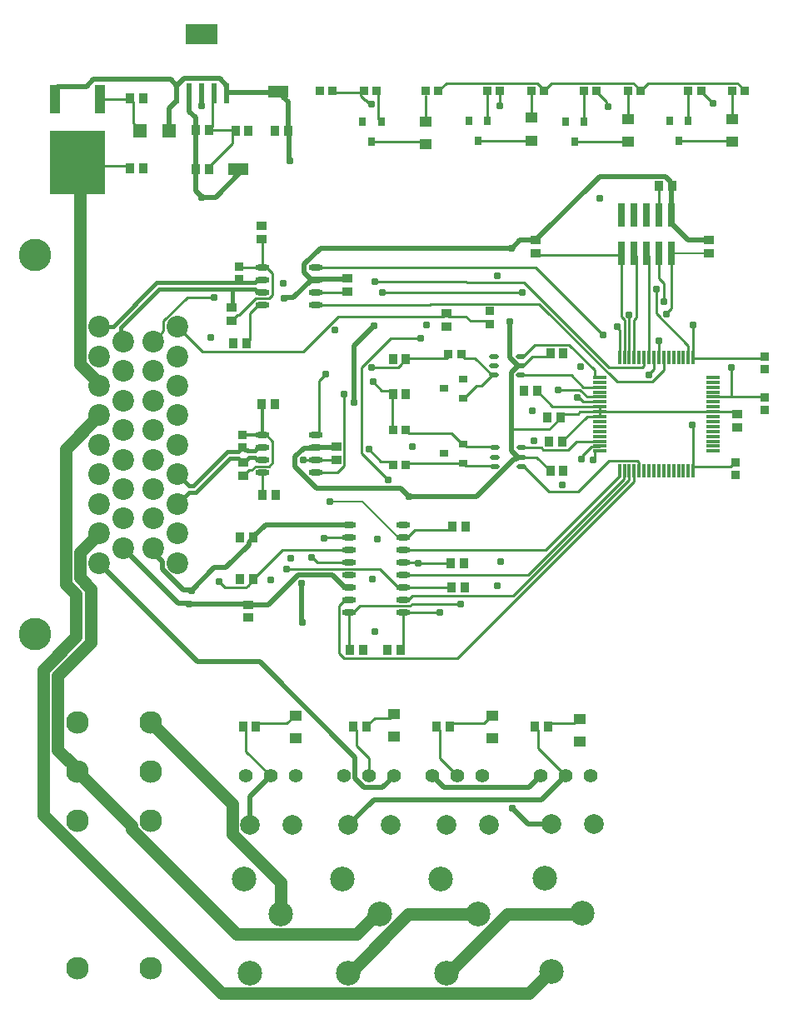
<source format=gbr>
%TF.GenerationSoftware,Altium Limited,Altium Designer,19.1.7 (138)*%
G04 Layer_Physical_Order=1*
G04 Layer_Color=255*
%FSLAX26Y26*%
%MOIN*%
%TF.FileFunction,Copper,L1,Top,Signal*%
%TF.Part,Single*%
G01*
G75*
%TA.AperFunction,SMDPad,CuDef*%
%ADD10R,0.029921X0.094488*%
%ADD11R,0.053150X0.011811*%
%ADD12R,0.011811X0.053150*%
%ADD13O,0.057087X0.023622*%
%ADD14O,0.039370X0.019685*%
%ADD15R,0.023622X0.082677*%
%ADD16R,0.125984X0.082677*%
%ADD17R,0.080709X0.045276*%
%ADD18R,0.037402X0.033465*%
%ADD19R,0.033465X0.037402*%
%ADD20R,0.039370X0.118110*%
%ADD21R,0.218504X0.251969*%
%ADD22R,0.031496X0.035433*%
%ADD23R,0.051181X0.043307*%
%ADD24R,0.035433X0.031496*%
%ADD25R,0.053150X0.057087*%
%ADD26R,0.035433X0.039370*%
%ADD27R,0.039370X0.035433*%
%TA.AperFunction,Conductor*%
%ADD28C,0.050000*%
%ADD29C,0.010000*%
%ADD30C,0.020000*%
%ADD31C,0.015000*%
%ADD32C,0.011811*%
%ADD33C,0.008000*%
%TA.AperFunction,ComponentPad*%
%ADD34C,0.055118*%
%ADD35C,0.086614*%
%ADD36C,0.129921*%
%ADD37C,0.098425*%
%ADD38C,0.078740*%
%ADD39C,0.090551*%
%TA.AperFunction,ViaPad*%
%ADD40C,0.030748*%
D10*
X2502487Y3035638D02*
D03*
Y3189182D02*
D03*
X2552487Y3035638D02*
D03*
Y3189182D02*
D03*
X2602487Y3035638D02*
D03*
Y3189182D02*
D03*
X2652487Y3035638D02*
D03*
Y3189182D02*
D03*
X2702487Y3035638D02*
D03*
Y3189182D02*
D03*
D11*
X2415940Y2540638D02*
D03*
Y2520953D02*
D03*
Y2501268D02*
D03*
Y2481583D02*
D03*
Y2461898D02*
D03*
Y2442213D02*
D03*
Y2422528D02*
D03*
Y2402843D02*
D03*
Y2383157D02*
D03*
Y2363472D02*
D03*
Y2343787D02*
D03*
Y2324102D02*
D03*
Y2304417D02*
D03*
Y2284732D02*
D03*
Y2265047D02*
D03*
Y2245362D02*
D03*
X2868696D02*
D03*
Y2265047D02*
D03*
Y2284732D02*
D03*
Y2304417D02*
D03*
Y2324102D02*
D03*
Y2343787D02*
D03*
Y2363472D02*
D03*
Y2383157D02*
D03*
Y2402843D02*
D03*
Y2422528D02*
D03*
Y2442213D02*
D03*
Y2461898D02*
D03*
Y2481583D02*
D03*
Y2501268D02*
D03*
Y2520953D02*
D03*
Y2540638D02*
D03*
D12*
X2494680Y2166622D02*
D03*
X2514365D02*
D03*
X2534050D02*
D03*
X2553735D02*
D03*
X2573421D02*
D03*
X2593106D02*
D03*
X2612791D02*
D03*
X2632476D02*
D03*
X2652161D02*
D03*
X2671846D02*
D03*
X2691531D02*
D03*
X2711216D02*
D03*
X2730901D02*
D03*
X2750586D02*
D03*
X2770271D02*
D03*
X2789956D02*
D03*
Y2619378D02*
D03*
X2770271D02*
D03*
X2750586D02*
D03*
X2730901D02*
D03*
X2711216D02*
D03*
X2691531D02*
D03*
X2671846D02*
D03*
X2652161D02*
D03*
X2632476D02*
D03*
X2612791D02*
D03*
X2593106D02*
D03*
X2573421D02*
D03*
X2553735D02*
D03*
X2534050D02*
D03*
X2514365D02*
D03*
X2494680D02*
D03*
D13*
X1627569Y1600001D02*
D03*
Y1650001D02*
D03*
Y1700001D02*
D03*
Y1750001D02*
D03*
Y1800001D02*
D03*
Y1850001D02*
D03*
Y1900001D02*
D03*
Y1950001D02*
D03*
X1413002Y1600001D02*
D03*
Y1650001D02*
D03*
Y1700001D02*
D03*
Y1750001D02*
D03*
Y1800001D02*
D03*
Y1850001D02*
D03*
Y1900001D02*
D03*
Y1950001D02*
D03*
X1064725Y2981000D02*
D03*
Y2931000D02*
D03*
Y2881000D02*
D03*
Y2831000D02*
D03*
X1279291Y2981000D02*
D03*
Y2931000D02*
D03*
Y2881000D02*
D03*
Y2831000D02*
D03*
X1064717Y2309000D02*
D03*
Y2259000D02*
D03*
Y2209000D02*
D03*
Y2159000D02*
D03*
X1279284Y2309000D02*
D03*
Y2259000D02*
D03*
Y2209000D02*
D03*
Y2159000D02*
D03*
D14*
X1994094Y2624016D02*
D03*
Y2586614D02*
D03*
Y2549213D02*
D03*
X2100394Y2624016D02*
D03*
Y2586614D02*
D03*
Y2549213D02*
D03*
X1995228Y2258984D02*
D03*
Y2221583D02*
D03*
Y2184181D02*
D03*
X2101528Y2258984D02*
D03*
Y2221583D02*
D03*
Y2184181D02*
D03*
D15*
X724000Y3677874D02*
D03*
X774000D02*
D03*
X824000D02*
D03*
X874000D02*
D03*
X924000D02*
D03*
D16*
X824000Y3912126D02*
D03*
D17*
X1128018Y3682087D02*
D03*
X970534Y3372637D02*
D03*
D18*
X3074803Y2572835D02*
D03*
Y2624016D02*
D03*
X2960000Y2150000D02*
D03*
Y2201181D02*
D03*
X3075000Y2410000D02*
D03*
Y2461181D02*
D03*
X1975394Y2753937D02*
D03*
Y2805118D02*
D03*
X972295Y2984295D02*
D03*
Y2933114D02*
D03*
X987000Y2309591D02*
D03*
Y2258410D02*
D03*
D19*
X1965551Y3685961D02*
D03*
X2016732D02*
D03*
X2142716D02*
D03*
X2193898D02*
D03*
X2770669D02*
D03*
X2821850D02*
D03*
X2944882D02*
D03*
X2996063D02*
D03*
X2352362D02*
D03*
X2403543D02*
D03*
X2528543D02*
D03*
X2579724D02*
D03*
X1295275D02*
D03*
X1346457D02*
D03*
X1522638Y3686024D02*
D03*
X1471457D02*
D03*
X1719488Y3685039D02*
D03*
X1770669D02*
D03*
X1810039Y2631890D02*
D03*
X1861220D02*
D03*
X1588583Y2188976D02*
D03*
X1639764D02*
D03*
X1588583Y2330708D02*
D03*
X1639764D02*
D03*
D20*
X416158Y3654937D02*
D03*
X235843D02*
D03*
D21*
X326000Y3401000D02*
D03*
D22*
X2732284Y3487206D02*
D03*
X2694882Y3565946D02*
D03*
X2769685D02*
D03*
X2314961Y3484693D02*
D03*
X2277559Y3563433D02*
D03*
X2352362D02*
D03*
X1929134Y3487205D02*
D03*
X1891732Y3565945D02*
D03*
X1966535D02*
D03*
X1503937Y3484252D02*
D03*
X1466535Y3562992D02*
D03*
X1541339D02*
D03*
D23*
X2141732Y3488189D02*
D03*
Y3578740D02*
D03*
X2334999Y1084446D02*
D03*
Y1174997D02*
D03*
X1591971Y1102909D02*
D03*
Y1193460D02*
D03*
X1198272Y1097005D02*
D03*
Y1187556D02*
D03*
X1985673Y1097005D02*
D03*
Y1187556D02*
D03*
X2944881Y3481781D02*
D03*
Y3572332D02*
D03*
X2527559Y3481780D02*
D03*
Y3572331D02*
D03*
X1719362Y3473780D02*
D03*
Y3564331D02*
D03*
D24*
X1791339Y2495079D02*
D03*
X1870079Y2532480D02*
D03*
Y2457677D02*
D03*
X1791339Y2235236D02*
D03*
X1870079Y2272638D02*
D03*
Y2197835D02*
D03*
D25*
X693071Y3527145D02*
D03*
X576929D02*
D03*
D26*
X588573Y3376512D02*
D03*
X535423D02*
D03*
X2111221Y2487204D02*
D03*
X2164371D02*
D03*
X2652425Y3307000D02*
D03*
X2705575D02*
D03*
X2213583Y2283465D02*
D03*
X2266732D02*
D03*
X2204724Y2379921D02*
D03*
X2257874D02*
D03*
X1468575Y1448819D02*
D03*
X1415425D02*
D03*
X1564962Y1448822D02*
D03*
X1618112D02*
D03*
X2270669Y2637795D02*
D03*
X2217520D02*
D03*
X2270669Y2165354D02*
D03*
X2217520D02*
D03*
X1062992Y2433071D02*
D03*
X1116142D02*
D03*
X1115158Y3526000D02*
D03*
X1168307D02*
D03*
X853346Y3530001D02*
D03*
X800197D02*
D03*
X987641Y1142280D02*
D03*
X1040791D02*
D03*
X1815397Y1142282D02*
D03*
X1762247D02*
D03*
X1823820Y1698818D02*
D03*
X1876968D02*
D03*
X1819427Y1798000D02*
D03*
X1872575D02*
D03*
X1640746Y2472440D02*
D03*
X1587596D02*
D03*
X799850Y3374017D02*
D03*
X853000D02*
D03*
X957674Y3527561D02*
D03*
X1010824D02*
D03*
X535425Y3656998D02*
D03*
X588573D02*
D03*
X948819Y2676181D02*
D03*
X1001967D02*
D03*
X1030510Y1732284D02*
D03*
X977362D02*
D03*
X1028542Y1898622D02*
D03*
X975394D02*
D03*
X1120574Y2070001D02*
D03*
X1067426D02*
D03*
X1825787Y1944882D02*
D03*
X1878935D02*
D03*
X1640748Y2614171D02*
D03*
X1587598D02*
D03*
X1482720Y1143263D02*
D03*
X1429572D02*
D03*
X2209099Y1142278D02*
D03*
X2155951D02*
D03*
D27*
X2964567Y2338583D02*
D03*
Y2391732D02*
D03*
X1062992Y3093503D02*
D03*
Y3146653D02*
D03*
X1405000Y2882425D02*
D03*
Y2935575D02*
D03*
X1361000Y2209425D02*
D03*
Y2262575D02*
D03*
X1009999Y1631573D02*
D03*
Y1578425D02*
D03*
X941929Y2820865D02*
D03*
Y2767716D02*
D03*
X1801000Y2744425D02*
D03*
Y2797575D02*
D03*
X988001Y2200574D02*
D03*
Y2147426D02*
D03*
X2852000Y3089567D02*
D03*
Y3036419D02*
D03*
X2158000Y3089566D02*
D03*
Y3036416D02*
D03*
D28*
X188781Y1370627D02*
X320000Y1501846D01*
X188781Y791096D02*
Y1370627D01*
X320000Y1501846D02*
Y1672693D01*
X277755Y2254569D02*
X403187Y2380000D01*
X277755Y1714937D02*
Y2254569D01*
Y1714937D02*
X320000Y1672693D01*
X380000Y1480000D02*
Y1694539D01*
X246655Y1346655D02*
X380000Y1480000D01*
X335630Y1738909D02*
Y1840003D01*
Y1738909D02*
X380000Y1694539D01*
X335630Y1840003D02*
X411810Y1916183D01*
X246655Y1051565D02*
Y1346655D01*
X403187Y2380000D02*
X410000D01*
X405000Y2515000D02*
Y2523450D01*
X311000Y3386000D02*
X335629Y3361371D01*
Y2592822D02*
X405000Y2523450D01*
X335629Y2592822D02*
Y3361371D01*
X246655Y1051565D02*
X324804Y973416D01*
Y962443D02*
X541931Y745316D01*
X324804Y962443D02*
Y973416D01*
X944531Y713741D02*
Y834842D01*
X620080Y1159293D02*
X944531Y834842D01*
X903937Y75940D02*
X2133241D01*
X2219267Y161966D01*
X2222878D01*
X188781Y791096D02*
X903937Y75940D01*
X1650581Y394246D02*
X1928193D01*
X1410477Y158026D02*
X1414361D01*
X1650581Y394246D01*
X541931Y733222D02*
Y745316D01*
Y733222D02*
X962991Y312162D01*
X1522999Y394246D02*
X1534493D01*
X944531Y713741D02*
X1139811Y518461D01*
Y395229D02*
X1140791Y394248D01*
X1139811Y395229D02*
Y518461D01*
X962991Y312162D02*
X1440915D01*
X1522999Y394246D01*
X2044283Y394248D02*
X2321895D01*
X1808061Y158026D02*
X2044283Y394248D01*
X1804177Y158026D02*
X1808061D01*
D29*
X1982765Y2258984D02*
X1995229D01*
X1979860Y2261890D02*
X1982765Y2258984D01*
X1515000Y2925000D02*
X1880101D01*
X1737988Y2834724D02*
X2172541D01*
X2323606Y2284731D02*
X2415941D01*
X1942772Y2507732D02*
X1984252Y2549212D01*
X1922102Y2507732D02*
X1942772D01*
X2331063Y1175000D02*
X2335000D01*
X2313026Y1156964D02*
X2331063Y1175000D01*
X2155951Y1142278D02*
X2168668Y1129562D01*
X1575319Y1176809D02*
X1591973Y1193462D01*
X1429572Y1143263D02*
X1442289Y1130546D01*
X1664245Y1666259D02*
X2070283D01*
X1507874Y2522638D02*
X1543387Y2487125D01*
X2328360Y2394606D02*
X2336595Y2402841D01*
X2270589Y2394606D02*
X2328360D01*
X2063968Y2333411D02*
X2213822D01*
X2235315Y2354904D01*
X2962598Y2205748D02*
Y2210630D01*
X311000Y3386000D02*
X525937D01*
X2257872Y2377953D02*
Y2381890D01*
X2235315Y2355395D02*
X2257872Y2377953D01*
X2235315Y2354904D02*
Y2355395D01*
X1413000Y1448428D02*
X1415427Y1446001D01*
X1413000Y1448428D02*
Y1600000D01*
X2938573Y2181723D02*
X2962598Y2205748D01*
X2790862Y2181723D02*
X2938573D01*
X2940945Y2461895D02*
X3077756D01*
X2868697D02*
X2940945D01*
Y2579724D01*
X1014683Y2688898D02*
Y2797692D01*
X1586614Y2332676D02*
Y2485000D01*
X2088755Y2586614D02*
X2110235D01*
X2336595Y2402841D02*
X2415941D01*
X1230000Y2210000D02*
X1230500Y2209500D01*
X1278786D01*
X1279285Y2209001D01*
X1845563Y1416261D02*
X2553737Y2124435D01*
X1371583Y1437056D02*
X1392377Y1416261D01*
X1845563D01*
X1664210Y1635000D02*
X1860000D01*
X1455047Y1625315D02*
X1654525D01*
X1664210Y1635000D01*
X1429732Y1600000D02*
X1455047Y1625315D01*
X1627568Y1600000D02*
X1775000D01*
X2110235Y2586614D02*
X2146731Y2623110D01*
X2204802D01*
X2217519Y2635827D01*
Y2637796D01*
X2293718Y2670355D02*
X2394366Y2569707D01*
X2156574Y2670355D02*
X2293718D01*
X2110235Y2624016D02*
X2156574Y2670355D01*
X2226765Y2422841D02*
X2399050D01*
X2164370Y2485236D02*
Y2487205D01*
X2364453Y2383155D02*
X2399366D01*
X2266731Y2285433D02*
X2364453Y2383155D01*
X2266731Y2283465D02*
Y2285433D01*
X2101527Y2221582D02*
X2163258D01*
X1545000Y2880000D02*
X2105000D01*
X1194334Y1187558D02*
X1198271D01*
X1163741Y1156966D02*
X1194334Y1187558D01*
X1053507Y1156966D02*
X1163741D01*
X1981736Y1187558D02*
X1985673D01*
X1951145Y1156967D02*
X1981736Y1187558D01*
X1828113Y1156967D02*
X1951145D01*
X1647986Y1650000D02*
X1664245Y1666259D01*
X1627568Y1650000D02*
X1647986D01*
X2070283Y1666259D02*
X2533146Y2129122D01*
X987641Y1142280D02*
X1000357Y1129564D01*
Y1043344D02*
X1098272Y945430D01*
X1000357Y1043344D02*
Y1129564D01*
X1442289Y1067950D02*
Y1130546D01*
X1491973Y945430D02*
Y1018267D01*
X1514298Y1176809D02*
X1575319D01*
X1482720Y1145231D02*
X1514298Y1176809D01*
X2168668Y1056138D02*
Y1129562D01*
Y1056138D02*
X2279375Y945430D01*
X2209099Y1144247D02*
X2221816Y1156964D01*
X2313026D01*
X1146258Y1850000D02*
X1413000D01*
X1030510Y1734253D02*
X1146258Y1850000D01*
X1030510Y1730315D02*
Y1734253D01*
X917116Y1699725D02*
X1000412D01*
X892825Y1724016D02*
X917116Y1699725D01*
X1584489Y2487125D02*
X1586614Y2485000D01*
X1543387Y2487125D02*
X1584489D01*
X1872047Y2457677D02*
X1922102Y2507732D01*
X1870079Y2457677D02*
X1872047D01*
X2289781Y2250906D02*
X2323606Y2284731D01*
X2190534Y2250906D02*
X2289781D01*
X2250000Y2490000D02*
X2336792D01*
X2364897Y2461895D01*
X2172541Y2834724D02*
X2485316Y2521949D01*
X1734263Y2831000D02*
X1737988Y2834724D01*
X1279292Y2831000D02*
X1734263D01*
X1880101Y2925000D02*
X1886727Y2918374D01*
X2114168D01*
X2452614Y2579928D01*
X2159000Y2981000D02*
X2430000Y2710000D01*
X2652161Y2619377D02*
Y2687161D01*
X2611886Y2620282D02*
Y3026239D01*
X2485000Y2739386D02*
X2494681Y2729705D01*
X2485000Y2739386D02*
Y2745000D01*
X2502488Y2782555D02*
Y3029367D01*
Y2782555D02*
X2514367Y2770676D01*
Y2619377D02*
Y2770676D01*
X2534051Y2619377D02*
Y2790941D01*
X2501280Y3030576D02*
X2502488Y3029367D01*
X2209099Y1142278D02*
Y1144247D01*
X2452855Y2206070D02*
X2564975D01*
X2328537Y2081752D02*
X2452855Y2206070D01*
X2213797Y2081752D02*
X2328537D01*
X2641000Y2795429D02*
X2770271Y2666158D01*
Y2619377D02*
Y2666158D01*
X1279292Y2981000D02*
X2159000D01*
X2182456Y2258984D02*
X2190534Y2250906D01*
X1037760Y2183686D02*
X1091044D01*
X1012527Y2169983D02*
X1024057D01*
X1037760Y2183686D01*
X989969Y2147426D02*
X1012527Y2169983D01*
X988001Y2147426D02*
X989969D01*
X1007953Y1707758D02*
X1030510Y1730315D01*
X1007953Y1707266D02*
Y1707758D01*
X1000412Y1699725D02*
X1007953Y1707266D01*
X2953457Y2402841D02*
X2964567Y2391731D01*
X2885272Y2402841D02*
X2953457D01*
X576929Y3526971D02*
Y3529116D01*
X548142Y3557904D02*
Y3644281D01*
Y3557904D02*
X576929Y3529116D01*
X941929Y2767716D02*
X943898D01*
X966455Y2790274D02*
X972356D01*
X943898Y2767716D02*
X966455Y2790274D01*
X1228673Y2643622D02*
X1369910Y2784859D01*
X1788283D01*
X1627568Y1900000D02*
X1644300D01*
X1674497Y1930197D01*
X1813071D01*
X1825787Y1942913D01*
Y1944882D01*
X1963661Y2765669D02*
X1975394Y2753937D01*
X1898284Y2765669D02*
X1963661D01*
X1813717Y2784859D02*
X1879094D01*
X1898284Y2765669D01*
X1801000Y2797575D02*
X1813717Y2784859D01*
X1062992Y3093506D02*
X1064724Y3091774D01*
Y2981000D02*
Y3091774D01*
X1064717Y2309296D02*
X1081155D01*
X2415941Y2402841D02*
X2852122D01*
X2342520Y2212598D02*
X2346490Y2216568D01*
Y2226597D01*
X1262795Y1819882D02*
X1265987D01*
X2388780Y2211614D02*
Y2217229D01*
X2101527Y2258984D02*
X2182456D01*
X1823741Y2317007D02*
X1870079Y2270669D01*
X1651496Y2317007D02*
X1823741D01*
X1982765Y2184180D02*
X1995229D01*
X1459646Y3666913D02*
Y3681055D01*
Y3666913D02*
X1475172Y3651386D01*
X1371583Y1437056D02*
Y1625315D01*
X2671847Y2569304D02*
Y2619377D01*
X874000Y3648346D02*
Y3677874D01*
X2443865Y3626017D02*
X2447835Y3622047D01*
X2443865Y3626017D02*
Y3643671D01*
X2790862Y2616142D02*
X3066929D01*
X535425Y3656998D02*
X548142Y3644281D01*
X1870079Y2196850D02*
X1879843Y2187086D01*
X2364897Y2461895D02*
X2415941D01*
X2257872Y2381890D02*
X2270589Y2394606D01*
X2326772Y2460072D02*
X2332386D01*
X2164370Y2485236D02*
X2226765Y2422841D01*
X2332386Y2460072D02*
X2350247Y2442211D01*
X2399050Y2422841D02*
X2399366Y2422525D01*
X2100393Y2549212D02*
X2302858D01*
X2350803Y2501267D01*
X2350247Y2442211D02*
X2415941D01*
X2350803Y2501267D02*
X2415941D01*
X1279285Y2309001D02*
X1284725D01*
X1291017Y2315293D01*
X1915276Y2618189D02*
X1984252Y2549212D01*
X1994095D01*
X1872500Y2618642D02*
X1872953Y2618189D01*
X1915276D01*
X1459646Y3681055D02*
X1474772D01*
X1497022Y3631890D02*
X1500984D01*
X1477526Y3651386D02*
X1497022Y3631890D01*
X1475172Y3651386D02*
X1477526D01*
X1530591Y3573740D02*
Y3678008D01*
X1522638Y3685961D02*
X1530591Y3678008D01*
X2611886Y2620282D02*
X2612791Y2619377D01*
X2602488Y3035638D02*
X2611886Y3026239D01*
X2624492Y2521949D02*
X2671847Y2569304D01*
X2111369Y2184180D02*
X2213797Y2081752D01*
X2572516Y2167526D02*
X2573421Y2166621D01*
X2485316Y2521949D02*
X2624492D01*
X2612791Y2550197D02*
Y2553780D01*
X2632477Y2573466D01*
X2584659Y2579928D02*
X2592201Y2587471D01*
X2452614Y2579928D02*
X2584659D01*
X2564975Y2206070D02*
X2572516Y2198528D01*
Y2167526D02*
Y2198528D01*
X2101527Y2184180D02*
X2111369D01*
X1536151Y1774685D02*
X1610836Y1700000D01*
X1161600Y1774685D02*
X1536151D01*
X1442289Y1067950D02*
X1491973Y1018267D01*
X1285869Y1800000D02*
X1413000D01*
X1265987Y1819882D02*
X1285869Y1800000D01*
X1639444Y2184798D02*
X1651496Y2196850D01*
X1870079D01*
X1979859Y2187086D02*
X1982765Y2184180D01*
X1879843Y2187086D02*
X1979859D01*
X2789957Y2180817D02*
X2790862Y2181723D01*
X2789957Y2166621D02*
Y2180817D01*
X1106134Y2198776D02*
Y2284316D01*
X1081155Y2309296D02*
X1106134Y2284316D01*
X1091044Y2183686D02*
X1106134Y2198776D01*
X2788386Y2750000D02*
X2789171Y2749215D01*
Y2620163D02*
Y2749215D01*
X2684055Y2792323D02*
Y2797937D01*
X2702488Y2816370D01*
Y3035638D01*
X2671260Y2844488D02*
Y2918322D01*
X2652488Y2937093D02*
X2671260Y2918322D01*
X2652488Y2937093D02*
Y3035638D01*
X2592201Y2587471D02*
Y2618472D01*
X2494681Y2619377D02*
Y2729705D01*
X2562299Y2779240D02*
Y3025827D01*
X2553737Y2619377D02*
Y2770678D01*
X2552488Y3035638D02*
X2562299Y3025827D01*
X2553737Y2770678D02*
X2562299Y2779240D01*
X2403543Y3683992D02*
X2443865Y3643671D01*
X2403543Y3683992D02*
Y3685961D01*
X1349953Y3681055D02*
X1459646D01*
X2821850Y3683992D02*
X2870126Y3635716D01*
X1929134Y3487205D02*
X1930118Y3488189D01*
X2141732D01*
X2314961Y3484692D02*
X2317873Y3481780D01*
X2527558D01*
X2939457Y3487205D02*
X2944880Y3481782D01*
X2732285Y3487205D02*
X2939457D01*
X2789957Y2617047D02*
X2790862Y2616142D01*
X2789051Y2187291D02*
Y2348744D01*
X2821850Y3683992D02*
Y3685961D01*
X2787402Y2350394D02*
X2789051Y2348744D01*
X2984331Y3697693D02*
X2996063Y3685961D01*
X2984331Y3697693D02*
Y3700152D01*
X2966947Y3717536D02*
X2984331Y3700152D01*
X2609331Y3717536D02*
X2966947D01*
X2579724Y3687929D02*
X2609331Y3717536D01*
X2579724Y3685961D02*
Y3687929D01*
X2944880Y3572332D02*
X2944882Y3572334D01*
Y3685961D01*
X2769685Y3565945D02*
X2770669Y3566929D01*
Y3685961D01*
X2567992Y3697693D02*
Y3700152D01*
Y3697693D02*
X2579724Y3685961D01*
X2203661Y3697693D02*
X2223504Y3717536D01*
X2550608D01*
X2527558Y3572332D02*
X2528543Y3573317D01*
Y3685961D01*
X2352362Y3563432D02*
X2352363Y3563432D01*
X2352362Y3563432D02*
Y3685961D01*
X2137803Y3577252D02*
X2141732Y3581181D01*
Y3682008D01*
X1770669Y3685039D02*
Y3687008D01*
X1801197Y3717536D02*
X2164781D01*
X2182165Y3699662D02*
Y3700152D01*
X2164781Y3717536D02*
X2182165Y3700152D01*
X1719362Y3564333D02*
Y3665480D01*
X1965551Y3566929D02*
X1966535Y3565945D01*
X1965551Y3566929D02*
Y3685961D01*
X2016732Y3626968D02*
Y3673228D01*
X2184134Y3697693D02*
X2203661D01*
X2550608Y3717536D02*
X2567992Y3700152D01*
X2182165Y3699662D02*
X2184134Y3697693D01*
X1770669Y3687008D02*
X1801197Y3717536D01*
X1530591Y3573740D02*
X1541339Y3562992D01*
X1503937Y3484686D02*
X1708458D01*
X525937Y3386000D02*
X535425Y3376512D01*
X944957Y3517926D02*
X957032Y3530000D01*
X853347D02*
X957032D01*
X853347D02*
X866063Y3542717D01*
Y3640409D02*
X874000Y3648346D01*
X944957Y3475957D02*
Y3517926D01*
X860000Y3391000D02*
X944957Y3475957D01*
X1168309Y3525998D02*
X1176000Y3518307D01*
X3066929Y2616142D02*
X3074803Y2624016D01*
X2789171Y2620163D02*
X2789957Y2619377D01*
X2501280Y3030576D02*
Y3034429D01*
X2641000Y2795429D02*
Y2895000D01*
X1586614Y2332676D02*
X1588583Y2330708D01*
X1640748Y2612203D02*
Y2615156D01*
X1618189Y2589154D02*
Y2589644D01*
X1504010Y2580835D02*
X1609870D01*
X1618189Y2589154D01*
X1640748Y2615156D02*
X1642719Y2617126D01*
X1618189Y2589644D02*
X1640748Y2612203D01*
X1642719Y2617126D02*
X1805118D01*
X2394366Y2541543D02*
Y2569707D01*
X1291017Y2525269D02*
X1317913Y2552165D01*
X1291017Y2315293D02*
Y2525269D01*
X2163258Y2221582D02*
X2217519Y2167322D01*
X2100393Y2624016D02*
X2110235D01*
X2384034Y2264141D02*
X2415036D01*
X2346490Y2226597D02*
X2384034Y2264141D01*
X1870079Y2270669D02*
X1874016D01*
X1645395Y2323108D02*
X1651496Y2317007D01*
X1491142Y2251968D02*
X1540433Y2202677D01*
X1577050D01*
X1586616Y2193111D01*
X2388780Y2217229D02*
X2394366Y2222815D01*
Y2244456D01*
X2395272Y2245361D01*
X1462894Y2579667D02*
X1580227Y2697000D01*
X1462894Y2236909D02*
Y2579667D01*
X1874016Y2270669D02*
X1882795Y2261890D01*
X1580227Y2697000D02*
X1700000D01*
X1393561Y2186376D02*
Y2470612D01*
X1391170Y2473003D02*
X1393561Y2470612D01*
X1462894Y2236909D02*
X1568898Y2130905D01*
X1279285Y2159001D02*
X1366186D01*
X2415036Y2264141D02*
X2415941Y2265045D01*
X1822638Y1700000D02*
X1823820Y1698818D01*
X1610836Y1700000D02*
X1822638D01*
X1160879Y1773964D02*
X1161600Y1774685D01*
X1882795Y2261890D02*
X1979860D01*
X765587Y2861220D02*
X871063D01*
X628346Y2683899D02*
X670591Y2726144D01*
X1064717Y2072710D02*
Y2159001D01*
X2394366Y2541543D02*
X2395272Y2540637D01*
X2415941D01*
X1627568Y1750000D02*
X2128747D01*
X2513461Y2134715D01*
X726772Y2742953D02*
X826102Y2643622D01*
X2501280Y3034429D02*
X2502488Y3035638D01*
X533364Y3654937D02*
X535425Y3656998D01*
X416158Y3654937D02*
X533364D01*
X1788283Y2784859D02*
X1801000Y2797575D01*
X1047991Y2831000D02*
X1064724D01*
X1014683Y2797692D02*
X1047991Y2831000D01*
X1001967Y2676181D02*
X1014683Y2688898D01*
X826102Y2643622D02*
X1228673D01*
X1037767Y2855685D02*
X1091051D01*
X1106141Y2870775D02*
Y2956315D01*
X1091051Y2855685D02*
X1106141Y2870775D01*
X1081456Y2981000D02*
X1106141Y2956315D01*
X1064724Y2981000D02*
X1081456D01*
X975591D02*
X1064724D01*
X972356Y2790274D02*
X1037767Y2855685D01*
X1064717Y2072710D02*
X1067426Y2070001D01*
X1366186Y2159001D02*
X1393561Y2186376D01*
X1689000Y1799000D02*
X1690000Y1798000D01*
X1628568Y1799000D02*
X1689000D01*
X1627568Y1800000D02*
X1628568Y1799000D01*
X1690000Y1798000D02*
X1819427D01*
X670591Y2726144D02*
Y2766224D01*
X765587Y2861220D01*
X2632477Y2573466D02*
Y2619377D01*
X2592201Y2618472D02*
X2593107Y2619377D01*
X2158000Y3037424D02*
X2164849Y3030576D01*
X2501280D01*
X1708458Y3484686D02*
X1719362Y3473781D01*
X2415941Y2402841D02*
Y2422525D01*
Y2383155D02*
Y2402841D01*
X1627568Y1457716D02*
Y1600000D01*
X2533146Y2129122D02*
Y2165717D01*
X2553737Y2124435D02*
Y2166303D01*
X866063Y3542717D02*
Y3640409D01*
X1403573Y2881000D02*
X1405000Y2882427D01*
X1279292Y2881000D02*
X1403573D01*
X1618852Y1449000D02*
X1627568Y1457716D01*
X2198729Y1850000D02*
X2494363Y2145634D01*
X1627568Y1850000D02*
X2198729D01*
X1360578Y2209001D02*
X1361002Y2209425D01*
X1279285Y2209001D02*
X1360578D01*
X2652488Y3189182D02*
Y3306938D01*
X2652426Y3307000D02*
X2652488Y3306938D01*
X2513461Y2134715D02*
Y2165716D01*
X2514367Y2166621D01*
X2494363Y2145634D02*
Y2166621D01*
X2533146Y2165717D02*
X2534051Y2166621D01*
X2395272Y2245361D02*
X2415623D01*
X1413000Y1600000D02*
X1429732D01*
X1396268Y1650000D02*
X1413000D01*
X1371583Y1625315D02*
X1396268Y1650000D01*
X1313000Y1897000D02*
X1314500Y1898500D01*
X1411500D01*
X1413000Y1900000D01*
X1482720Y1143263D02*
Y1145231D01*
X1815397Y1142282D02*
Y1144251D01*
X1828113Y1156967D01*
X1774964Y1016770D02*
X1846303Y945430D01*
X1774964Y1016770D02*
Y1129566D01*
X1762247Y1142282D02*
X1774964Y1129566D01*
X1040791Y1144249D02*
X1053507Y1156966D01*
X1040791Y1142280D02*
Y1144249D01*
D30*
X2065398Y815508D02*
X2128389Y752518D01*
X2195744D01*
X800024Y3529480D02*
X800197Y3529653D01*
X800024Y3374190D02*
Y3529480D01*
X799850Y3286152D02*
X821567Y3264436D01*
X800024Y3374190D02*
X800197Y3374017D01*
X2062834Y2334545D02*
Y2560693D01*
X2063968Y2247503D02*
Y2333411D01*
X797571Y3532279D02*
X800197Y3529653D01*
X799850Y3286152D02*
Y3373670D01*
X924000Y3680826D02*
X1097299D01*
X2063968Y2247503D02*
X2089889Y2221582D01*
X2062834Y2334545D02*
X2063968Y2333411D01*
X2096649Y3089566D02*
X2159969D01*
X1297650Y3058071D02*
X2065154D01*
X1278592Y2258308D02*
X1279978Y2259694D01*
X2704031Y3305457D02*
X2705574Y3307000D01*
X1401118Y2931693D02*
X1405000Y2935575D01*
X1196752Y2182821D02*
X1281915Y2097657D01*
X1151575Y2856299D02*
X1153631Y2858356D01*
X2159969Y3089566D02*
X2414961Y3344559D01*
X799850Y3373670D02*
X800197Y3374017D01*
X821567Y3261527D02*
Y3264436D01*
X797571Y3532279D02*
Y3579685D01*
X2062834Y2560693D02*
X2088755Y2586614D01*
X2055000Y2620370D02*
X2088755Y2586614D01*
X2697857Y3314716D02*
X2705574Y3307000D01*
X2677546Y3344559D02*
X2697857Y3324248D01*
Y3314716D02*
Y3324248D01*
X2414961Y3344559D02*
X2677546D01*
X2089889Y2221582D02*
X2091684D01*
X2055000Y2620370D02*
Y2765000D01*
X2091999Y2221582D02*
X2101527D01*
X1653181Y2062630D02*
X1922718D01*
X2071985Y2211896D02*
X2082314D01*
X1358120Y2259694D02*
X1361002Y2262575D01*
X1618153Y2097657D02*
X1653181Y2062630D01*
X1281915Y2097657D02*
X1618153D01*
X1231288Y2258308D02*
X1278592D01*
X1196752Y2223772D02*
X1231288Y2258308D01*
X1196752Y2182821D02*
Y2223772D01*
X1232874Y2993296D02*
X1297650Y3058071D01*
X1232874Y2960685D02*
Y2993296D01*
X1791736Y899997D02*
X2133942D01*
X2179375Y945430D01*
X1746303D02*
X1791736Y899997D01*
X1209653Y1750768D02*
X1345500D01*
X769597Y1636899D02*
X773288Y1633208D01*
X1011634D02*
X1013268Y1631573D01*
X773288Y1633208D02*
X1011634D01*
X1431102Y2665354D02*
X1512795Y2747047D01*
X1431102Y2438976D02*
Y2665354D01*
X2197879Y748580D02*
Y750382D01*
X2195744Y752518D02*
X2197879Y750382D01*
X724000Y3648346D02*
Y3707401D01*
X1013268Y1631573D02*
X1090459D01*
X1209653Y1750768D01*
X2702488Y3189182D02*
X2704031Y3190725D01*
X2702488Y3156898D02*
Y3189182D01*
X1279292Y2931000D02*
X1279985Y2931693D01*
X1262559Y2931000D02*
X1279292D01*
X1232874Y2960685D02*
X1262559Y2931000D01*
X2065154Y3058071D02*
X2096649Y3089566D01*
X1189915Y2858356D02*
X1262559Y2931000D01*
X1153631Y2858356D02*
X1189915D01*
X2082314Y2211896D02*
X2091999Y2221582D01*
X1077951Y1950000D02*
X1413000D01*
X873762Y1780757D02*
X920208D01*
X1010984Y1871533D01*
Y1879096D01*
X1030510Y1898622D01*
X781006Y1688000D02*
X873762Y1780757D01*
X2704031Y3190725D02*
Y3305457D01*
X821567Y3261527D02*
X878653D01*
X975645Y3358519D01*
X665591Y1772729D02*
X748339Y1689980D01*
X665591Y1772729D02*
Y1801856D01*
X1173944Y3410057D02*
X1176000Y3408000D01*
X1173944Y3410057D02*
Y3516313D01*
X1175938Y3518307D01*
X1223917Y1559547D02*
X1224409Y1559055D01*
X1223917Y1559547D02*
Y1717028D01*
X1223425Y1717520D02*
X1223917Y1717028D01*
X411810Y1798071D02*
X806746Y1403135D01*
X510236Y1857127D02*
X730463Y1636899D01*
X769597D01*
X824000Y3627677D02*
Y3677874D01*
X693069Y3527148D02*
Y3617415D01*
X1150353Y3661362D02*
X1168309Y3643407D01*
Y3525998D02*
Y3643407D01*
X699535Y3731866D02*
X724000Y3707401D01*
X389069Y3731866D02*
X699535D01*
X693069Y3617415D02*
X724000Y3648346D01*
X753685Y3737086D02*
X894315D01*
X924000Y3707401D01*
X724000D02*
X753685Y3737086D01*
X924000Y3680826D02*
Y3707401D01*
X235843Y3694307D02*
X245528Y3703992D01*
X361195D01*
X389069Y3731866D01*
X1175938Y3518307D02*
X1176000D01*
X2769819Y3089567D02*
X2852000D01*
X2217519Y2165353D02*
Y2167322D01*
X748339Y1689980D02*
X778873D01*
X628346Y1839101D02*
X665591Y1801856D01*
X1345500Y1750768D02*
X1396268Y1700000D01*
X1030510Y1902559D02*
X1077951Y1950000D01*
X1030510Y1898622D02*
Y1902559D01*
X780929Y1688000D02*
X781006D01*
X1396268Y1700000D02*
X1413000D01*
X1922718Y2062630D02*
X2071985Y2211896D01*
X235843Y3654937D02*
Y3694307D01*
X1437406Y935745D02*
Y1020945D01*
X806746Y1403135D02*
X1055216D01*
X2702488Y3156898D02*
X2769819Y3089567D01*
X774000Y3603256D02*
Y3677874D01*
Y3603256D02*
X797571Y3579685D01*
X1279985Y2931693D02*
X1401118D01*
X1279978Y2259694D02*
X1358120D01*
X778873Y1689980D02*
X780929Y1687924D01*
X628346Y1839101D02*
Y1857127D01*
X1546540Y899997D02*
X1591543Y945000D01*
X1473154Y899997D02*
X1546540D01*
X1055216Y1403135D02*
X1437406Y1020945D01*
Y935745D02*
X1473154Y899997D01*
X1410477Y748578D02*
X1511163Y849264D01*
X2183209D01*
X2279375Y945430D01*
X1016775Y863933D02*
X1098272Y945430D01*
X1016775Y748580D02*
Y863933D01*
D31*
X643050Y2918500D02*
X1034894D01*
X945000Y2893500D02*
X1034894D01*
X653405D02*
X945000D01*
Y2823935D02*
Y2893500D01*
X941929Y2820865D02*
X945000Y2823935D01*
X411810Y2742953D02*
X413137Y2744280D01*
X468830D01*
X643050Y2918500D01*
X1034894D02*
X1047394Y2931000D01*
X1064724D01*
X500825Y2693310D02*
X510236Y2683899D01*
X500825Y2693310D02*
Y2740919D01*
X653405Y2893500D01*
X1034894D02*
X1047394Y2881000D01*
X1064724D01*
X985032Y2258410D02*
X987000D01*
X968406Y2241784D02*
X985032Y2258410D01*
X773327Y2105848D02*
X789163D01*
X925099Y2241784D02*
X968406D01*
X789163Y2105848D02*
X925099Y2241784D01*
X726772Y2152403D02*
X773327Y2105848D01*
X799518Y2080848D02*
X935455Y2216784D01*
X969822D01*
X773327Y2080848D02*
X799518D01*
X726772Y2034293D02*
X773327Y2080848D01*
X969822Y2216784D02*
X986032Y2200574D01*
X987000Y2258410D02*
X996232Y2249177D01*
X1004311D01*
X1006988Y2246501D01*
X1034887D01*
X1047387Y2259001D01*
X1064717D01*
X986032Y2200574D02*
X989969D01*
X1010897Y2221501D01*
X1034887D01*
X1047387Y2209001D01*
X1064717D01*
D32*
X1062995Y2433069D02*
X1064717Y2431347D01*
Y2309296D02*
Y2431347D01*
X987295Y2309296D02*
X1064717D01*
X987000Y2309591D02*
X987295Y2309296D01*
D33*
X2702488Y3035638D02*
X2703269Y3036419D01*
X2852000D01*
X1335000Y2044000D02*
X1466836D01*
X1610836Y1900000D01*
X1627568D01*
D34*
X1198271Y945432D02*
D03*
X1098271D02*
D03*
X998271D02*
D03*
X2379375Y945430D02*
D03*
X2279375D02*
D03*
X2179375D02*
D03*
X1591973Y945430D02*
D03*
X1491973D02*
D03*
X1391973D02*
D03*
X1946301Y945432D02*
D03*
X1846301D02*
D03*
X1746301D02*
D03*
D35*
X726771Y1798072D02*
D03*
Y1916182D02*
D03*
Y2034293D02*
D03*
Y2152403D02*
D03*
Y2270513D02*
D03*
Y2388623D02*
D03*
Y2506734D02*
D03*
Y2624844D02*
D03*
Y2742954D02*
D03*
X628346Y1857127D02*
D03*
Y1975237D02*
D03*
Y2093348D02*
D03*
Y2211458D02*
D03*
Y2329568D02*
D03*
Y2447678D02*
D03*
Y2565789D02*
D03*
Y2683899D02*
D03*
X510236Y1857127D02*
D03*
Y1975237D02*
D03*
Y2093348D02*
D03*
Y2211458D02*
D03*
Y2329568D02*
D03*
Y2447678D02*
D03*
Y2565789D02*
D03*
Y2683899D02*
D03*
X411811Y1798072D02*
D03*
Y1916182D02*
D03*
Y2034293D02*
D03*
Y2152403D02*
D03*
Y2270513D02*
D03*
Y2388623D02*
D03*
Y2506734D02*
D03*
Y2624844D02*
D03*
Y2742954D02*
D03*
D36*
X155905Y3028387D02*
D03*
Y1512639D02*
D03*
D37*
X1410476Y158028D02*
D03*
X1384886Y532044D02*
D03*
X1534492Y394249D02*
D03*
X1804177Y158028D02*
D03*
X1778587Y532044D02*
D03*
X1928193Y394249D02*
D03*
X1016776Y158028D02*
D03*
X991185Y532044D02*
D03*
X1140792Y394249D02*
D03*
X2222877Y161965D02*
D03*
X2197287Y535981D02*
D03*
X2346893Y398186D02*
D03*
D38*
X1579768Y748579D02*
D03*
X1410476D02*
D03*
X1973469D02*
D03*
X1804177D02*
D03*
X1186067D02*
D03*
X1016776D02*
D03*
X2392168Y752516D02*
D03*
X2222877D02*
D03*
D39*
X324804Y1159293D02*
D03*
X620080D02*
D03*
X324804Y765593D02*
D03*
Y962443D02*
D03*
X620080Y765593D02*
D03*
Y962443D02*
D03*
Y175041D02*
D03*
X324804D02*
D03*
D40*
X1775000Y1600000D02*
D03*
X2055000Y2765000D02*
D03*
X2105000Y2880000D02*
D03*
X1515000Y1525000D02*
D03*
X1355000Y2730000D02*
D03*
X1860000Y1635000D02*
D03*
X892825Y1724016D02*
D03*
X2250000Y2490000D02*
D03*
X1545000Y2880000D02*
D03*
X1515000Y2925000D02*
D03*
X2430000Y2710000D02*
D03*
X2652161Y2687161D02*
D03*
X2485000Y2745000D02*
D03*
X2534051Y2790941D02*
D03*
X2326772Y2460072D02*
D03*
X1500984Y3631890D02*
D03*
X824000Y3627677D02*
D03*
X2612791Y2550197D02*
D03*
X2005906Y1707677D02*
D03*
X2019685Y1802165D02*
D03*
X2151575Y2287402D02*
D03*
X2265000Y2110000D02*
D03*
X1150591Y2915354D02*
D03*
X1230000Y2210000D02*
D03*
X1524606Y1894685D02*
D03*
X1505906Y1734252D02*
D03*
X1180118Y1816929D02*
D03*
X1100000Y1730000D02*
D03*
X771654Y1634842D02*
D03*
X1224409Y1559055D02*
D03*
X1262795Y1819882D02*
D03*
X1151575Y2856299D02*
D03*
X1507874Y2522638D02*
D03*
X1512795Y2747047D02*
D03*
X2788386Y2750000D02*
D03*
X2684055Y2792323D02*
D03*
X2671260Y2844488D02*
D03*
X821567Y3261527D02*
D03*
X2870126Y3635716D02*
D03*
X2940945Y2579724D02*
D03*
X2787402Y2350394D02*
D03*
X2447835Y3622047D02*
D03*
X2016732Y3626968D02*
D03*
X2145669Y2406496D02*
D03*
X2342520Y2212598D02*
D03*
X2063976Y3058071D02*
D03*
X1491142Y2251968D02*
D03*
X1431102Y2438976D02*
D03*
X1664370Y2262795D02*
D03*
X1504010Y2580835D02*
D03*
X1568898Y2130905D02*
D03*
X1391170Y2473003D02*
D03*
X1317913Y2552165D02*
D03*
X2388780Y2211614D02*
D03*
X1223425Y1717520D02*
D03*
X1160879Y1773964D02*
D03*
X871063Y2861220D02*
D03*
X2007024Y2946622D02*
D03*
X1723425Y2750000D02*
D03*
X2337598Y2581693D02*
D03*
X1653181Y2062630D02*
D03*
X2417323Y3257874D02*
D03*
X860000Y2700000D02*
D03*
X1176000Y3408000D02*
D03*
X1690000Y1798000D02*
D03*
X1700000Y2697000D02*
D03*
X1335000Y2044000D02*
D03*
X2641000Y2895000D02*
D03*
X780929Y1687924D02*
D03*
X1313000Y1897000D02*
D03*
X2065398Y815508D02*
D03*
%TF.MD5,bd378b2da928aae2abd2eef547759c03*%
M02*

</source>
